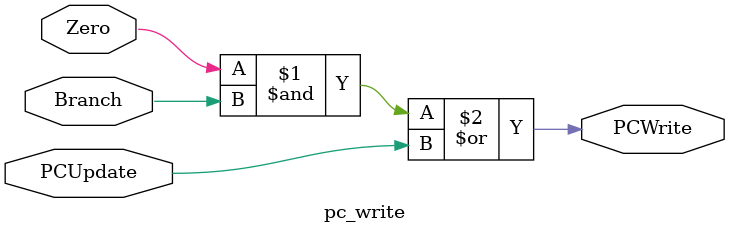
<source format=sv>
`timescale 1ns/1ps

module pc_write(    input logic Zero,
                        input logic Branch,
                        input logic PCUpdate,
                        output logic PCWrite
                   );
    assign PCWrite = (Zero & Branch) | PCUpdate;
endmodule

</source>
